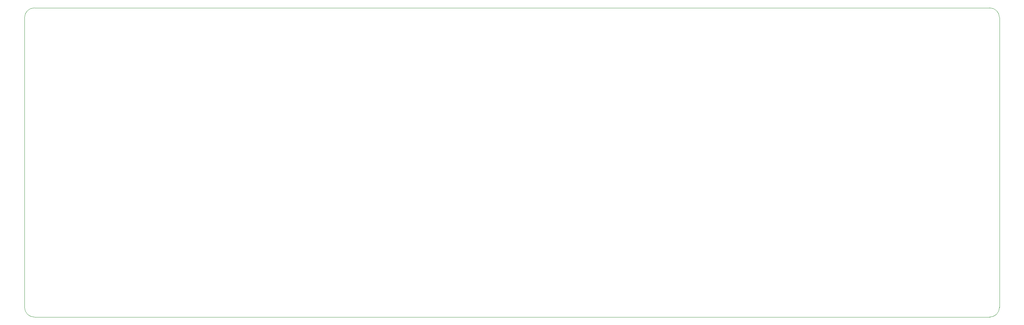
<source format=gm1>
G04 #@! TF.GenerationSoftware,KiCad,Pcbnew,5.1.8-db9833491~88~ubuntu20.04.1*
G04 #@! TF.CreationDate,2020-12-05T17:58:13-08:00*
G04 #@! TF.ProjectId,MB44,4d423434-2e6b-4696-9361-645f70636258,rev?*
G04 #@! TF.SameCoordinates,Original*
G04 #@! TF.FileFunction,Profile,NP*
%FSLAX46Y46*%
G04 Gerber Fmt 4.6, Leading zero omitted, Abs format (unit mm)*
G04 Created by KiCad (PCBNEW 5.1.8-db9833491~88~ubuntu20.04.1) date 2020-12-05 17:58:13*
%MOMM*%
%LPD*%
G01*
G04 APERTURE LIST*
G04 #@! TA.AperFunction,Profile*
%ADD10C,0.100000*%
G04 #@! TD*
G04 APERTURE END LIST*
D10*
X3968750Y-76200000D02*
G75*
G02*
X1587500Y-73818750I0J2381250D01*
G01*
X238918750Y0D02*
G75*
G02*
X241300000Y-2381250I0J-2381250D01*
G01*
X241300000Y-73818750D02*
G75*
G02*
X238918750Y-76200000I-2381250J0D01*
G01*
X1587500Y-2381250D02*
G75*
G02*
X3968750Y0I2381250J0D01*
G01*
X1587500Y-2381250D02*
X1587500Y-73818750D01*
X238918750Y0D02*
X3968750Y0D01*
X241300000Y-73818750D02*
X241300000Y-2381250D01*
X238918750Y-76200000D02*
X3968750Y-76200000D01*
M02*

</source>
